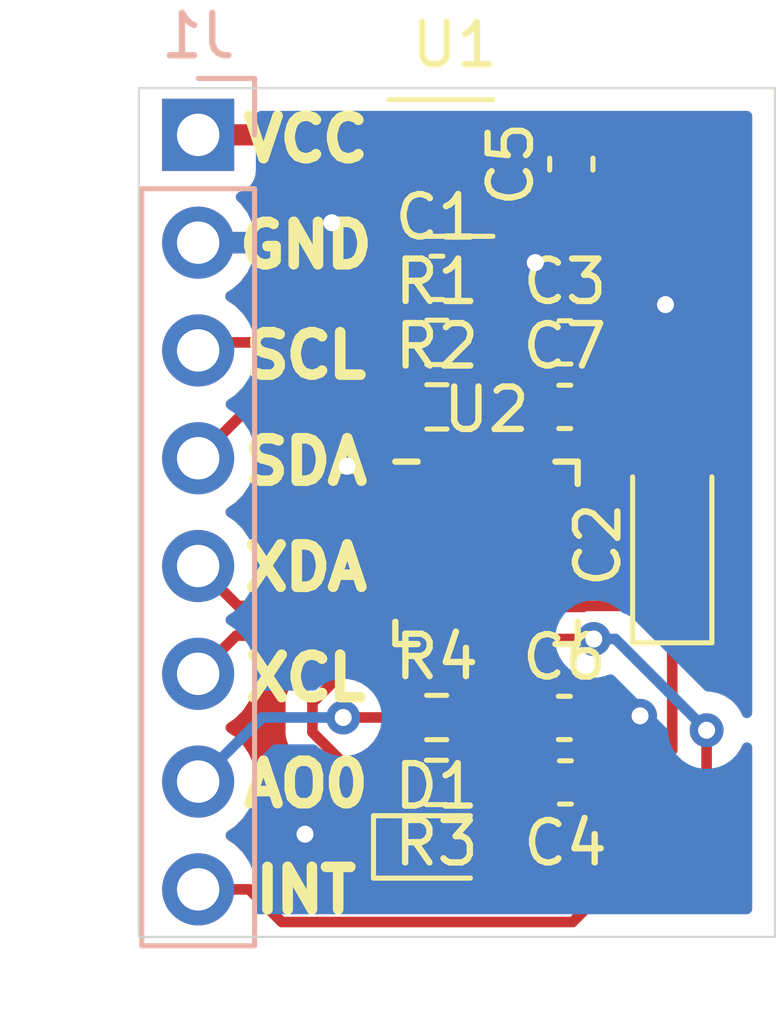
<source format=kicad_pcb>
(kicad_pcb (version 20211014) (generator pcbnew)
  (layers (0 "F.Cu" signal) (31 "B.Cu" signal) (34 "B.Paste" user) (35 "F.Paste" user) (36 "B.SilkS" user "B.Silkscreen") (37 "F.SilkS" user "F.Silkscreen") (38 "B.Mask" user) (39 "F.Mask" user) (44 "Edge.Cuts" user))
  (net 0 "")
  (net 1 "GND")
  (net 2 "Net-(D1-Pad2)")
  (net 3 "+5V")
  (net 4 "+3V3")
  (net 5 "Net-(C6-Pad1)")
  (net 6 "Net-(C7-Pad1)")
  (net 7 "/SCL")
  (net 8 "/SDA")
  (net 9 "/INT")
  (net 10 "/AD0")
  (net 11 "/XCL")
  (net 12 "/XDA")
  (footprint "Capacitor_SMD:C_0603_1608Metric" (layer "F.Cu") (at 109.03 81.47)
    (fp_text reference "C1" (at 0 -1.43) (layer "F.SilkS"))
    (fp_text value "C_Small")
    (fp_line (start -0.14058 0.51) (end 0.14058 0.51) (layer "F.SilkS") (width 0.12))
    (fp_line (start -0.14058 -0.51) (end 0.14058 -0.51) (layer "F.SilkS") (width 0.12))
    (pad "1" smd roundrect locked (at -0.775 0) (size 0.9 0.95) (layers "F.Cu" "F.Paste" "F.Mask") (net 3 "+5V"))
    (pad "2" smd roundrect locked (at 0.775 0) (size 0.9 0.95) (layers "F.Cu" "F.Paste" "F.Mask") (net 1 "GND"))
  )
  (footprint "Capacitor_Tantalum_SMD:CP_EIA-3216-10_Kemet-I" (layer "F.Cu") (at 114.58 87.76 90)
    (fp_text reference "C2" (at 0 -1.75 90) (layer "F.SilkS"))
    (fp_text value "C_Small")
    (fp_line (start -2.31 0.935) (end 1.6 0.935) (layer "F.SilkS") (width 0.12))
    (fp_line (start 1.6 -0.935) (end -2.31 -0.935) (layer "F.SilkS") (width 0.12))
    (fp_line (start -2.31 -0.935) (end -2.31 0.935) (layer "F.SilkS") (width 0.12))
    (pad "1" smd roundrect locked (at -1.35 0 90) (size 1.4 1.35) (layers "F.Cu" "F.Paste" "F.Mask") (roundrect_rratio 0.1851844444) (net 4 "+3V3"))
    (pad "2" smd roundrect locked (at 1.35 0 90) (size 1.4 1.35) (layers "F.Cu" "F.Paste" "F.Mask") (roundrect_rratio 0.1851844444) (net 1 "GND"))
  )
  (footprint "Capacitor_SMD:C_0603_1608Metric" (layer "F.Cu") (at 112.05 82.99)
    (fp_text reference "C3" (at 0 -1.43) (layer "F.SilkS"))
    (fp_text value "C_Small")
    (fp_line (start -0.14058 0.51) (end 0.14058 0.51) (layer "F.SilkS") (width 0.12))
    (fp_line (start -0.14058 -0.51) (end 0.14058 -0.51) (layer "F.SilkS") (width 0.12))
    (pad "1" smd roundrect locked (at -0.775 0) (size 0.9 0.95) (layers "F.Cu" "F.Paste" "F.Mask") (net 4 "+3V3"))
    (pad "2" smd roundrect locked (at 0.775 0) (size 0.9 0.95) (layers "F.Cu" "F.Paste" "F.Mask") (net 1 "GND"))
  )
  (footprint "Capacitor_SMD:C_0603_1608Metric" (layer "F.Cu") (at 112.06 93.36 180)
    (fp_text reference "C4" (at 0 -1.43) (layer "F.SilkS"))
    (fp_text value "C_Small")
    (fp_line (start -0.14058 -0.51) (end 0.14058 -0.51) (layer "F.SilkS") (width 0.12))
    (fp_line (start -0.14058 0.51) (end 0.14058 0.51) (layer "F.SilkS") (width 0.12))
    (pad "1" smd roundrect locked (at -0.775 0 180) (size 0.9 0.95) (layers "F.Cu" "F.Paste" "F.Mask") (net 4 "+3V3"))
    (pad "2" smd roundrect locked (at 0.775 0 180) (size 0.9 0.95) (layers "F.Cu" "F.Paste" "F.Mask") (net 1 "GND"))
  )
  (footprint "Capacitor_SMD:C_0603_1608Metric" (layer "F.Cu") (at 112.2 78.79 90)
    (fp_text reference "C5" (at 0 -1.43 90) (layer "F.SilkS"))
    (fp_text value "C_Small")
    (fp_line (start -0.14058 0.51) (end 0.14058 0.51) (layer "F.SilkS") (width 0.12))
    (fp_line (start -0.14058 -0.51) (end 0.14058 -0.51) (layer "F.SilkS") (width 0.12))
    (pad "1" smd roundrect locked (at -0.775 0 90) (size 0.9 0.95) (layers "F.Cu" "F.Paste" "F.Mask") (net 1 "GND"))
    (pad "2" smd roundrect locked (at 0.775 0 90) (size 0.9 0.95) (layers "F.Cu" "F.Paste" "F.Mask") (net 4 "+3V3"))
  )
  (footprint "Capacitor_SMD:C_0603_1608Metric" (layer "F.Cu") (at 112.035 91.84)
    (fp_text reference "C6" (at 0 -1.43) (layer "F.SilkS"))
    (fp_text value "C_Small")
    (fp_line (start -0.14058 -0.51) (end 0.14058 -0.51) (layer "F.SilkS") (width 0.12))
    (fp_line (start -0.14058 0.51) (end 0.14058 0.51) (layer "F.SilkS") (width 0.12))
    (pad "1" smd roundrect locked (at -0.775 0) (size 0.9 0.95) (layers "F.Cu" "F.Paste" "F.Mask") (net 5 "Net-(C6-Pad1)"))
    (pad "2" smd roundrect locked (at 0.775 0) (size 0.9 0.95) (layers "F.Cu" "F.Paste" "F.Mask") (net 1 "GND"))
  )
  (footprint "Capacitor_SMD:C_0603_1608Metric" (layer "F.Cu") (at 112.045 84.51)
    (fp_text reference "C7" (at 0 -1.43) (layer "F.SilkS"))
    (fp_text value "C_Small")
    (fp_line (start -0.14058 0.51) (end 0.14058 0.51) (layer "F.SilkS") (width 0.12))
    (fp_line (start -0.14058 -0.51) (end 0.14058 -0.51) (layer "F.SilkS") (width 0.12))
    (pad "1" smd roundrect locked (at -0.775 0) (size 0.9 0.95) (layers "F.Cu" "F.Paste" "F.Mask") (net 6 "Net-(C7-Pad1)"))
    (pad "2" smd roundrect locked (at 0.775 0) (size 0.9 0.95) (layers "F.Cu" "F.Paste" "F.Mask") (net 1 "GND"))
  )
  (footprint "LED_SMD:LED_0603_1608Metric" (layer "F.Cu") (at 109.02 94.88)
    (fp_text reference "D1" (at 0 -1.43) (layer "F.SilkS"))
    (fp_text value "LED")
    (fp_line (start -1.485 0.735) (end 0.8 0.735) (layer "F.SilkS") (width 0.12))
    (fp_line (start 0.8 -0.735) (end -1.485 -0.735) (layer "F.SilkS") (width 0.12))
    (fp_line (start -1.485 -0.735) (end -1.485 0.735) (layer "F.SilkS") (width 0.12))
    (pad "1" smd roundrect locked (at -0.7875 0) (size 0.875 0.95) (layers "F.Cu" "F.Paste" "F.Mask") (net 1 "GND"))
    (pad "2" smd roundrect locked (at 0.7875 0) (size 0.875 0.95) (layers "F.Cu" "F.Paste" "F.Mask") (net 2 "Net-(D1-Pad2)"))
  )
  (footprint "Resistor_SMD:R_0603_1608Metric" (layer "F.Cu") (at 109.03 82.99)
    (fp_text reference "R1" (at 0 -1.43) (layer "F.SilkS"))
    (fp_text value "R_Small")
    (fp_line (start -0.237258 -0.5225) (end 0.237258 -0.5225) (layer "F.SilkS") (width 0.12))
    (fp_line (start -0.237258 0.5225) (end 0.237258 0.5225) (layer "F.SilkS") (width 0.12))
    (pad "1" smd roundrect locked (at -0.825 0) (size 0.8 0.95) (layers "F.Cu" "F.Paste" "F.Mask") (net 7 "/SCL"))
    (pad "2" smd roundrect locked (at 0.825 0) (size 0.8 0.95) (layers "F.Cu" "F.Paste" "F.Mask") (net 4 "+3V3"))
  )
  (footprint "Resistor_SMD:R_0603_1608Metric" (layer "F.Cu") (at 109.03 84.51)
    (fp_text reference "R2" (at 0 -1.43) (layer "F.SilkS"))
    (fp_text value "R_Small")
    (fp_line (start -0.237258 0.5225) (end 0.237258 0.5225) (layer "F.SilkS") (width 0.12))
    (fp_line (start -0.237258 -0.5225) (end 0.237258 -0.5225) (layer "F.SilkS") (width 0.12))
    (pad "1" smd roundrect locked (at -0.825 0) (size 0.8 0.95) (layers "F.Cu" "F.Paste" "F.Mask") (net 8 "/SDA"))
    (pad "2" smd roundrect locked (at 0.825 0) (size 0.8 0.95) (layers "F.Cu" "F.Paste" "F.Mask") (net 4 "+3V3"))
  )
  (footprint "Resistor_SMD:R_0603_1608Metric" (layer "F.Cu") (at 109.02 93.36 180)
    (fp_text reference "R3" (at 0 -1.43) (layer "F.SilkS"))
    (fp_text value "R_Small")
    (fp_line (start -0.237258 0.5225) (end 0.237258 0.5225) (layer "F.SilkS") (width 0.12))
    (fp_line (start -0.237258 -0.5225) (end 0.237258 -0.5225) (layer "F.SilkS") (width 0.12))
    (pad "1" smd roundrect locked (at -0.825 0 180) (size 0.8 0.95) (layers "F.Cu" "F.Paste" "F.Mask") (net 2 "Net-(D1-Pad2)"))
    (pad "2" smd roundrect locked (at 0.825 0 180) (size 0.8 0.95) (layers "F.Cu" "F.Paste" "F.Mask") (net 4 "+3V3"))
  )
  (footprint "Package_TO_SOT_SMD:SOT-23-5" (layer "F.Cu") (at 109.45 78.88)
    (fp_text reference "U1" (at 0 -2.9) (layer "F.SilkS"))
    (fp_text value "TLV713185PDBV")
    (fp_line (start -0.9 1.61) (end 0.9 1.61) (layer "F.SilkS") (width 0.12))
    (fp_line (start 0.9 -1.61) (end -1.55 -1.61) (layer "F.SilkS") (width 0.12))
    (pad "1" smd rect locked (at -1.1 -0.95) (size 1.06 0.65) (layers "F.Cu" "F.Paste" "F.Mask") (net 3 "+5V"))
    (pad "2" smd rect locked (at -1.1 0) (size 1.06 0.65) (layers "F.Cu" "F.Paste" "F.Mask") (net 1 "GND"))
    (pad "3" smd rect locked (at -1.1 0.95) (size 1.06 0.65) (layers "F.Cu" "F.Paste" "F.Mask") (net 3 "+5V"))
    (pad "4" smd rect locked (at 1.1 0.95) (size 1.06 0.65) (layers "F.Cu" "F.Paste" "F.Mask"))
    (pad "5" smd rect locked (at 1.1 -0.95) (size 1.06 0.65) (layers "F.Cu" "F.Paste" "F.Mask") (net 4 "+3V3"))
  )
  (footprint "Sensor_Motion:InvenSense_QFN-24_4x4mm_P0.5mm" (layer "F.Cu") (at 110.2 87.95)
    (fp_text reference "U2" (at 0 -3.375) (layer "F.SilkS"))
    (fp_text value "MPU-6050")
    (fp_line (start 2.15 2.15) (end 1.625 2.15) (layer "F.SilkS") (width 0.15))
    (fp_line (start 2.15 -2.15) (end 1.625 -2.15) (layer "F.SilkS") (width 0.15))
    (fp_line (start 2.15 -2.15) (end 2.15 -1.625) (layer "F.SilkS") (width 0.15))
    (fp_line (start -2.15 2.15) (end -2.15 1.625) (layer "F.SilkS") (width 0.15))
    (fp_line (start 2.15 2.15) (end 2.15 1.625) (layer "F.SilkS") (width 0.15))
    (fp_line (start -2.15 2.15) (end -1.625 2.15) (layer "F.SilkS") (width 0.15))
    (fp_line (start -2.15 -2.15) (end -1.625 -2.15) (layer "F.SilkS") (width 0.15))
    (pad "1" smd roundrect locked (at -1.95 -1.25) (size 0.85 0.3) (layers "F.Cu" "F.Paste" "F.Mask") (net 1 "GND"))
    (pad "2" smd roundrect locked (at -1.95 -0.75) (size 0.85 0.3) (layers "F.Cu" "F.Paste" "F.Mask"))
    (pad "3" smd roundrect locked (at -1.95 -0.25) (size 0.85 0.3) (layers "F.Cu" "F.Paste" "F.Mask"))
    (pad "4" smd roundrect locked (at -1.95 0.25) (size 0.85 0.3) (layers "F.Cu" "F.Paste" "F.Mask"))
    (pad "5" smd roundrect locked (at -1.95 0.75) (size 0.85 0.3) (layers "F.Cu" "F.Paste" "F.Mask"))
    (pad "6" smd roundrect locked (at -1.95 1.25) (size 0.85 0.3) (layers "F.Cu" "F.Paste" "F.Mask") (net 12 "/XDA"))
    (pad "7" smd roundrect locked (at -1.25 1.95 90) (size 0.85 0.3) (layers "F.Cu" "F.Paste" "F.Mask") (net 11 "/XCL"))
    (pad "8" smd roundrect locked (at -0.75 1.95 90) (size 0.85 0.3) (layers "F.Cu" "F.Paste" "F.Mask") (net 4 "+3V3"))
    (pad "9" smd roundrect locked (at -0.25 1.95 90) (size 0.85 0.3) (layers "F.Cu" "F.Paste" "F.Mask") (net 10 "/AD0"))
    (pad "10" smd roundrect locked (at 0.25 1.95 90) (size 0.85 0.3) (layers "F.Cu" "F.Paste" "F.Mask") (net 5 "Net-(C6-Pad1)"))
    (pad "11" smd roundrect locked (at 0.75 1.95 90) (size 0.85 0.3) (layers "F.Cu" "F.Paste" "F.Mask") (net 1 "GND"))
    (pad "12" smd roundrect locked (at 1.25 1.95 90) (size 0.85 0.3) (layers "F.Cu" "F.Paste" "F.Mask") (net 9 "/INT"))
    (pad "13" smd roundrect locked (at 1.95 1.25) (size 0.85 0.3) (layers "F.Cu" "F.Paste" "F.Mask") (net 4 "+3V3"))
    (pad "14" smd roundrect locked (at 1.95 0.75) (size 0.85 0.3) (layers "F.Cu" "F.Paste" "F.Mask"))
    (pad "15" smd roundrect locked (at 1.95 0.25) (size 0.85 0.3) (layers "F.Cu" "F.Paste" "F.Mask"))
    (pad "16" smd roundrect locked (at 1.95 -0.25) (size 0.85 0.3) (layers "F.Cu" "F.Paste" "F.Mask"))
    (pad "17" smd roundrect locked (at 1.95 -0.75) (size 0.85 0.3) (layers "F.Cu" "F.Paste" "F.Mask"))
    (pad "18" smd roundrect locked (at 1.95 -1.25) (size 0.85 0.3) (layers "F.Cu" "F.Paste" "F.Mask") (net 1 "GND"))
    (pad "19" smd roundrect locked (at 1.25 -1.95 90) (size 0.85 0.3) (layers "F.Cu" "F.Paste" "F.Mask"))
    (pad "20" smd roundrect locked (at 0.75 -1.95 90) (size 0.85 0.3) (layers "F.Cu" "F.Paste" "F.Mask") (net 6 "Net-(C7-Pad1)"))
    (pad "21" smd roundrect locked (at 0.25 -1.95 90) (size 0.85 0.3) (layers "F.Cu" "F.Paste" "F.Mask"))
    (pad "22" smd roundrect locked (at -0.25 -1.95 90) (size 0.85 0.3) (layers "F.Cu" "F.Paste" "F.Mask"))
    (pad "23" smd roundrect locked (at -0.75 -1.95 90) (size 0.85 0.3) (layers "F.Cu" "F.Paste" "F.Mask") (net 7 "/SCL"))
    (pad "24" smd roundrect locked (at -1.25 -1.95 90) (size 0.85 0.3) (layers "F.Cu" "F.Paste" "F.Mask") (net 8 "/SDA"))
  )
  (footprint "Resistor_SMD:R_0603_1608Metric" (layer "F.Cu") (at 109.025 91.83)
    (fp_text reference "R4" (at 0 -1.43) (layer "F.SilkS"))
    (fp_text value "R_Small")
    (fp_line (start -0.237258 -0.5225) (end 0.237258 -0.5225) (layer "F.SilkS") (width 0.12))
    (fp_line (start -0.237258 0.5225) (end 0.237258 0.5225) (layer "F.SilkS") (width 0.12))
    (pad "1" smd roundrect locked (at -0.825 0) (size 0.8 0.95) (layers "F.Cu" "F.Paste" "F.Mask") (net 10 "/AD0"))
    (pad "2" smd roundrect locked (at 0.825 0) (size 0.8 0.95) (layers "F.Cu" "F.Paste" "F.Mask") (net 1 "GND"))
  )
  (footprint "Connector_PinHeader_2.54mm:PinHeader_1x08_P2.54mm_Vertical" (layer "B.Cu") (at 103.4 78.1 180)
    (fp_text reference "J1" (at 0 2.33) (layer "B.SilkS") (effects (justify mirror)))
    (fp_text value "Conn_01x08")
    (fp_line (start -1.33 -1.27) (end -1.33 -19.11) (layer "B.SilkS") (width 0.12))
    (fp_line (start -1.33 -19.11) (end 1.33 -19.11) (layer "B.SilkS") (width 0.12))
    (fp_line (start -1.33 0) (end -1.33 1.33) (layer "B.SilkS") (width 0.12))
    (fp_line (start 1.33 -1.27) (end 1.33 -19.11) (layer "B.SilkS") (width 0.12))
    (fp_line (start -1.33 1.33) (end 0 1.33) (layer "B.SilkS") (width 0.12))
    (fp_line (start -1.33 -1.27) (end 1.33 -1.27) (layer "B.SilkS") (width 0.12))
    (pad "1" thru_hole rect locked (at 0 0 180) (size 1.7 1.7) (drill 1) (layers *.Cu *.Mask) (net 3 "+5V"))
    (pad "2" thru_hole oval locked (at 0 -2.54 180) (size 1.7 1.7) (drill 1) (layers *.Cu *.Mask) (net 1 "GND"))
    (pad "3" thru_hole oval locked (at 0 -5.08 180) (size 1.7 1.7) (drill 1) (layers *.Cu *.Mask) (net 7 "/SCL"))
    (pad "4" thru_hole oval locked (at 0 -7.62 180) (size 1.7 1.7) (drill 1) (layers *.Cu *.Mask) (net 8 "/SDA"))
    (pad "5" thru_hole oval locked (at 0 -10.16 180) (size 1.7 1.7) (drill 1) (layers *.Cu *.Mask) (net 12 "/XDA"))
    (pad "6" thru_hole oval locked (at 0 -12.7 180) (size 1.7 1.7) (drill 1) (layers *.Cu *.Mask) (net 11 "/XCL"))
    (pad "7" thru_hole oval locked (at 0 -15.24 180) (size 1.7 1.7) (drill 1) (layers *.Cu *.Mask) (net 10 "/AD0"))
    (pad "8" thru_hole oval locked (at 0 -17.78 180) (size 1.7 1.7) (drill 1) (layers *.Cu *.Mask) (net 9 "/INT"))
  )
  (gr_line (start 102 77) (end 102 97) (layer "Edge.Cuts") (width 0.05))
  (gr_line (start 117 77) (end 102 77) (layer "Edge.Cuts") (width 0.05))
  (gr_line (start 102 97) (end 117 97) (layer "Edge.Cuts") (width 0.05))
  (gr_line (start 117 97) (end 117 77) (layer "Edge.Cuts") (width 0.05))
  (gr_text "INT" (at 105.94 95.9) (layer "F.SilkS") (effects (font (size 1 1) (thickness 0.25))))
  (gr_text "SDA" (at 105.94 85.8) (layer "F.SilkS") (effects (font (size 1 1) (thickness 0.25))))
  (gr_text "XCL" (at 105.94 90.9) (layer "F.SilkS") (effects (font (size 1 1) (thickness 0.25))))
  (gr_text "AO0" (at 105.94 93.4) (layer "F.SilkS") (effects (font (size 1 1) (thickness 0.25))))
  (gr_text "GND" (at 105.94 80.7) (layer "F.SilkS") (effects (font (size 1 1) (thickness 0.25))))
  (gr_text "VCC" (at 105.94 78.2) (layer "F.SilkS") (effects (font (size 1 1) (thickness 0.25))))
  (gr_text "SCL" (at 105.94 83.3) (layer "F.SilkS") (effects (font (size 1 1) (thickness 0.25))))
  (gr_text "XDA" (at 105.94 88.3) (layer "F.SilkS") (effects (font (size 1 1) (thickness 0.25))))
  (segment (start 106.91 85.91) (end 106.91 85.91) (width 0.25) (layer "F.Cu") (net 1))
  (segment (start 109.85 91.925) (end 111.285 93.36) (width 0.25) (layer "F.Cu") (net 1))
  (segment (start 106.55 79.604315) (end 106.55 80.17) (width 0.5) (layer "F.Cu") (net 1))
  (segment (start 110.95 89.9) (end 110.97 89.9) (width 0.25) (layer "F.Cu") (net 1))
  (segment (start 110.97499 89.90499) (end 110.97499 90.415692) (width 0.25) (layer "F.Cu") (net 1))
  (segment (start 110.97499 90.415692) (end 111.599288 91.03999) (width 0.25) (layer "F.Cu") (net 1))
  (segment (start 108.35 78.88) (end 107.274315 78.88) (width 0.5) (layer "F.Cu") (net 1))
  (segment (start 112.15 86.7) (end 112.15 85.18) (width 0.25) (layer "F.Cu") (net 1))
  (segment (start 111.599288 91.03999) (end 112.00999 91.03999) (width 0.25) (layer "F.Cu") (net 1))
  (segment (start 108.25 86.7) (end 107.7 86.7) (width 0.25) (layer "F.Cu") (net 1))
  (segment (start 113.82 91.79) (end 112.86 91.79) (width 0.25) (layer "F.Cu") (net 1))
  (segment (start 112.00999 91.03999) (end 112.81 91.84) (width 0.25) (layer "F.Cu") (net 1))
  (segment (start 107.7 86.7) (end 106.91 85.91) (width 0.25) (layer "F.Cu") (net 1))
  (segment (start 111.285 93.36) (end 111.29 93.36) (width 0.25) (layer "F.Cu") (net 1))
  (segment (start 109.85 91.83) (end 109.85 91.925) (width 0.25) (layer "F.Cu") (net 1))
  (segment (start 112.86 91.79) (end 112.81 91.84) (width 0.25) (layer "F.Cu") (net 1))
  (segment (start 107.274315 78.88) (end 106.55 79.604315) (width 0.5) (layer "F.Cu") (net 1))
  (segment (start 110.97 89.9) (end 110.97499 89.90499) (width 0.25) (layer "F.Cu") (net 1))
  (segment (start 111.29 93.36) (end 112.81 91.84) (width 0.25) (layer "F.Cu") (net 1))
  (segment (start 112.15 85.18) (end 112.82 84.51) (width 0.25) (layer "F.Cu") (net 1))
  (via (at 105.92 94.58) (size 0.8) (drill 0.4) (layers "F.Cu" "B.Cu") (net 1))
  (via (at 114.42 82.1) (size 0.8) (drill 0.4) (layers "F.Cu" "B.Cu") (net 1))
  (via (at 111.35 81.11) (size 0.8) (drill 0.4) (layers "F.Cu" "B.Cu") (net 1))
  (via (at 113.82 91.79) (size 0.8) (drill 0.4) (layers "F.Cu" "B.Cu") (net 1))
  (via (at 106.91 85.91) (size 0.8) (drill 0.4) (layers "F.Cu" "B.Cu") (net 1))
  (via (at 106.55 80.17) (size 0.8) (drill 0.4) (layers "F.Cu" "B.Cu") (net 1))
  (segment (start 109.8075 93.3975) (end 109.845 93.36) (width 0.25) (layer "F.Cu") (net 2))
  (segment (start 109.8075 94.88) (end 109.8075 93.3975) (width 0.25) (layer "F.Cu") (net 2))
  (segment (start 108.35 79.83) (end 109.065002 79.83) (width 0.5) (layer "F.Cu") (net 3))
  (segment (start 108.35 79.83) (end 108.35 81.375) (width 0.5) (layer "F.Cu") (net 3))
  (segment (start 109.330001 79.565001) (end 109.330001 78.194999) (width 0.5) (layer "F.Cu") (net 3))
  (segment (start 109.065002 79.83) (end 109.330001 79.565001) (width 0.5) (layer "F.Cu") (net 3))
  (segment (start 108.35 81.375) (end 108.255 81.47) (width 0.5) (layer "F.Cu") (net 3))
  (segment (start 103.4 78.1) (end 108.18 78.1) (width 0.5) (layer "F.Cu") (net 3))
  (segment (start 109.330001 78.194999) (end 109.065002 77.93) (width 0.5) (layer "F.Cu") (net 3))
  (segment (start 109.065002 77.93) (end 108.35 77.93) (width 0.5) (layer "F.Cu") (net 3))
  (segment (start 108.18 78.1) (end 108.35 77.93) (width 0.5) (layer "F.Cu") (net 3))
  (segment (start 112.835 93.36) (end 110.511753 95.683247) (width 0.25) (layer "F.Cu") (net 4))
  (segment (start 106.926988 90.65001) (end 108.34001 90.65001) (width 0.25) (layer "F.Cu") (net 4))
  (segment (start 111.275 82.99) (end 113.12501 81.13999) (width 0.5) (layer "F.Cu") (net 4))
  (segment (start 109.04499 93.80999) (end 109.04499 95.361484) (width 0.25) (layer "F.Cu") (net 4))
  (segment (start 113.12501 78.94001) (end 112.2 78.015) (width 0.5) (layer "F.Cu") (net 4))
  (segment (start 112.15 89.2) (end 114.49 89.2) (width 0.25) (layer "F.Cu") (net 4))
  (segment (start 112.835 93.36) (end 113.12 93.36) (width 0.25) (layer "F.Cu") (net 4))
  (segment (start 114.58 89.11) (end 114.58 91.615) (width 0.25) (layer "F.Cu") (net 4))
  (segment (start 109.45 89.9) (end 109.45 90.390702) (width 0.25) (layer "F.Cu") (net 4))
  (segment (start 110.635 78.015) (end 110.55 77.93) (width 0.5) (layer "F.Cu") (net 4))
  (segment (start 113.735 78.015) (end 115.70501 79.98501) (width 0.5) (layer "F.Cu") (net 4))
  (segment (start 114.58 92.59) (end 114.58 91.615) (width 0.25) (layer "F.Cu") (net 4))
  (segment (start 108.195 93.36) (end 108.595 93.36) (width 0.25) (layer "F.Cu") (net 4))
  (segment (start 107.276998 93.36) (end 106.094999 92.178001) (width 0.25) (layer "F.Cu") (net 4))
  (segment (start 109.855 82.99) (end 111.275 82.99) (width 0.5) (layer "F.Cu") (net 4))
  (segment (start 112.2 78.015) (end 113.735 78.015) (width 0.5) (layer "F.Cu") (net 4))
  (segment (start 112.2 78.015) (end 110.635 78.015) (width 0.5) (layer "F.Cu") (net 4))
  (segment (start 110.511753 95.683247) (end 109.366753 95.683247) (width 0.25) (layer "F.Cu") (net 4))
  (segment (start 115.70501 87.98499) (end 114.58 89.11) (width 0.5) (layer "F.Cu") (net 4))
  (segment (start 109.04499 95.361484) (end 109.366753 95.683247) (width 0.25) (layer "F.Cu") (net 4))
  (segment (start 114.49 89.2) (end 114.58 89.11) (width 0.25) (layer "F.Cu") (net 4))
  (segment (start 115.70501 79.98501) (end 115.70501 87.98499) (width 0.5) (layer "F.Cu") (net 4))
  (segment (start 109.855 84.51) (end 109.855 82.99) (width 0.5) (layer "F.Cu") (net 4))
  (segment (start 113.81 93.36) (end 114.58 92.59) (width 0.25) (layer "F.Cu") (net 4))
  (segment (start 106.094999 91.481999) (end 106.926988 90.65001) (width 0.25) (layer "F.Cu") (net 4))
  (segment (start 108.595 93.36) (end 109.04499 93.80999) (width 0.25) (layer "F.Cu") (net 4))
  (segment (start 109.190692 90.65001) (end 108.34001 90.65001) (width 0.25) (layer "F.Cu") (net 4))
  (segment (start 108.195 93.36) (end 107.276998 93.36) (width 0.25) (layer "F.Cu") (net 4))
  (segment (start 106.094999 92.178001) (end 106.094999 91.481999) (width 0.25) (layer "F.Cu") (net 4))
  (segment (start 112.835 93.36) (end 113.81 93.36) (width 0.25) (layer "F.Cu") (net 4))
  (segment (start 113.12501 81.13999) (end 113.12501 78.94001) (width 0.5) (layer "F.Cu") (net 4))
  (segment (start 109.45 90.390702) (end 109.190692 90.65001) (width 0.25) (layer "F.Cu") (net 4))
  (segment (start 110.45 91.03) (end 111.26 91.84) (width 0.25) (layer "F.Cu") (net 5))
  (segment (start 110.45 89.9) (end 110.45 91.03) (width 0.25) (layer "F.Cu") (net 5))
  (segment (start 110.95 86) (end 110.95 84.83) (width 0.25) (layer "F.Cu") (net 6))
  (segment (start 110.95 84.83) (end 111.27 84.51) (width 0.25) (layer "F.Cu") (net 6))
  (segment (start 109.45 85.322478) (end 108.93001 84.802488) (width 0.25) (layer "F.Cu") (net 7))
  (segment (start 108.205 82.99) (end 103.59 82.99) (width 0.25) (layer "F.Cu") (net 7))
  (segment (start 103.59 82.99) (end 103.4 83.18) (width 0.25) (layer "F.Cu") (net 7))
  (segment (start 108.93001 83.71501) (end 108.205 82.99) (width 0.25) (layer "F.Cu") (net 7))
  (segment (start 108.93001 84.802488) (end 108.93001 83.71501) (width 0.25) (layer "F.Cu") (net 7))
  (segment (start 109.45 86) (end 109.45 85.322478) (width 0.25) (layer "F.Cu") (net 7))
  (segment (start 108.73 86) (end 108.205 85.475) (width 0.25) (layer "F.Cu") (net 8))
  (segment (start 104.61 84.51) (end 103.4 85.72) (width 0.25) (layer "F.Cu") (net 8))
  (segment (start 108.205 85.475) (end 108.205 84.51) (width 0.25) (layer "F.Cu") (net 8))
  (segment (start 108.205 84.51) (end 104.61 84.51) (width 0.25) (layer "F.Cu") (net 8))
  (segment (start 108.95 86) (end 108.73 86) (width 0.25) (layer "F.Cu") (net 8))
  (segment (start 115.39 92.13) (end 115.39 92.13) (width 0.25) (layer "F.Cu") (net 9))
  (segment (start 112.23001 96.64999) (end 115.39 93.49) (width 0.25) (layer "F.Cu") (net 9))
  (segment (start 104.602081 95.88) (end 105.372071 96.64999) (width 0.25) (layer "F.Cu") (net 9))
  (segment (start 115.39 93.49) (end 115.39 92.13) (width 0.25) (layer "F.Cu") (net 9))
  (segment (start 112.73 89.98) (end 111.53 89.98) (width 0.25) (layer "F.Cu") (net 9))
  (segment (start 105.372071 96.64999) (end 112.23001 96.64999) (width 0.25) (layer "F.Cu") (net 9))
  (segment (start 103.4 95.88) (end 104.602081 95.88) (width 0.25) (layer "F.Cu") (net 9))
  (segment (start 111.53 89.98) (end 111.45 89.9) (width 0.25) (layer "F.Cu") (net 9))
  (via (at 112.73 89.98) (size 0.8) (drill 0.4) (layers "F.Cu" "B.Cu") (net 9))
  (via (at 115.39 92.13) (size 0.8) (drill 0.4) (layers "F.Cu" "B.Cu") (net 9))
  (segment (start 112.73 89.98) (end 112.73 89.98) (width 0.25) (layer "B.Cu") (net 9))
  (segment (start 115.39 92.13) (end 113.24 89.98) (width 0.25) (layer "B.Cu") (net 9))
  (segment (start 113.24 89.98) (end 112.73 89.98) (width 0.25) (layer "B.Cu") (net 9))
  (segment (start 109.447122 91.02999) (end 109.432532 91.02999) (width 0.25) (layer "F.Cu") (net 10))
  (segment (start 109.432532 91.02999) (end 108.632522 91.83) (width 0.25) (layer "F.Cu") (net 10))
  (segment (start 109.95 90.527112) (end 109.447122 91.02999) (width 0.25) (layer "F.Cu") (net 10))
  (segment (start 109.95 89.9) (end 109.95 90.527112) (width 0.25) (layer "F.Cu") (net 10))
  (segment (start 108.2 91.83) (end 106.82 91.83) (width 0.25) (layer "F.Cu") (net 10))
  (segment (start 108.632522 91.83) (end 108.2 91.83) (width 0.25) (layer "F.Cu") (net 10))
  (via (at 106.82 91.83) (size 0.8) (drill 0.4) (layers "F.Cu" "B.Cu") (net 10))
  (segment (start 106.82 91.83) (end 104.91 91.83) (width 0.25) (layer "B.Cu") (net 10))
  (segment (start 104.91 91.83) (end 103.4 93.34) (width 0.25) (layer "B.Cu") (net 10))
  (segment (start 108.95 89.9) (end 104.3 89.9) (width 0.25) (layer "F.Cu") (net 11))
  (segment (start 104.3 89.9) (end 103.4 90.8) (width 0.25) (layer "F.Cu") (net 11))
  (segment (start 104.34 89.2) (end 103.4 88.26) (width 0.25) (layer "F.Cu") (net 12))
  (segment (start 108.25 89.2) (end 104.34 89.2) (width 0.25) (layer "F.Cu") (net 12))
  (zone (net 1) (net_name "GND") (layer "F.Cu") (connect_pads (clearance 0.508)) (min_thickness 0.254) (fill yes (thermal_gap 0.508) (thermal_bridge_width 0.508))
    (polygon (pts (xy 117 97) (xy 102 97) (xy 102 77) (xy 117 77)))
  )
  (zone (net 1) (net_name "GND") (layer "B.Cu") (connect_pads (clearance 0.508)) (min_thickness 0.254) (fill yes (thermal_gap 0.508) (thermal_bridge_width 0.508))
    (polygon (pts (xy 117 97) (xy 102 97) (xy 102 77) (xy 117 77)))
  )
)
</source>
